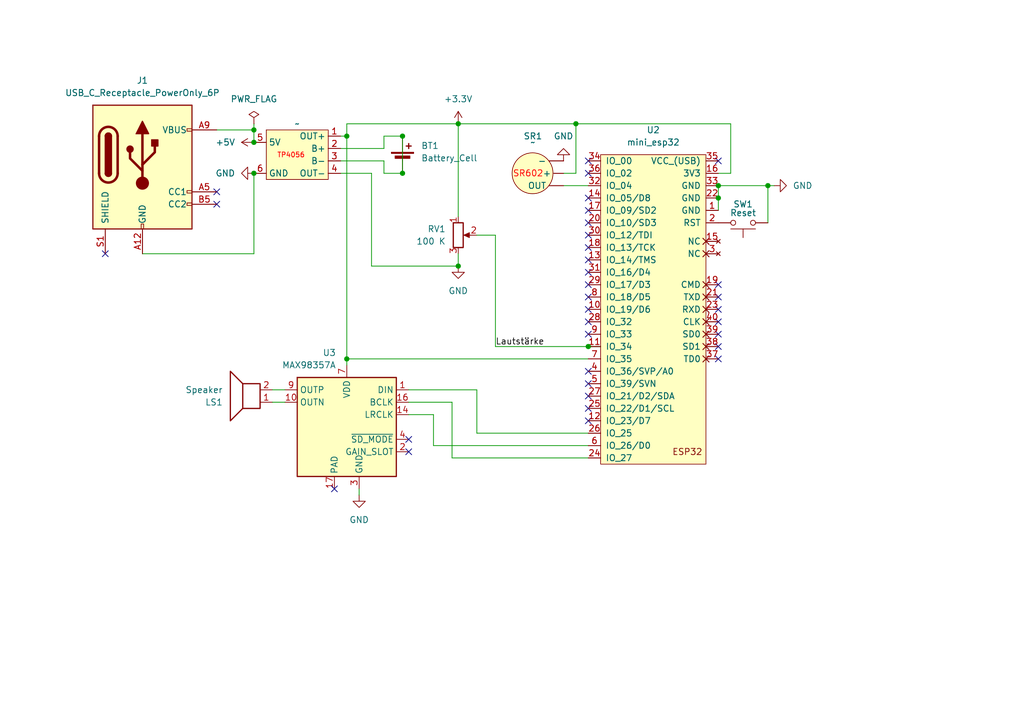
<source format=kicad_sch>
(kicad_sch (version 20231120) (generator "eeschema") (generator_version "8.0")
  (paper "A5")
  (title_block (title "Klangbox") (rev "1.0"))
  (lib_symbols
    (symbol "Audio:MAX98357A"
      (property "Reference" "U" (at -8.89 11.43 0))
      (property "Value" "MAX98357A" (at 10.16 11.43 0))
      (symbol "MAX98357A_1_1"
        (rectangle (start -10.16 10.16) (end 10.16 -10.16) (stroke (width 0.254)) (fill (type background)))
        (pin input line (at -12.7 7.62 0) (length 2.54) (name "DIN") (number "1"))
        (pin output line (at 12.7 5.08 180) (length 2.54) (name "OUTN") (number "10"))
        (pin passive line (at -2.54 -12.7 90) (length 2.54) hide (name "GND") (number "11"))
        (pin no_connect line (at 10.16 -5.08 180) (length 2.54) hide (name "NC") (number "12"))
        (pin no_connect line (at 10.16 -7.62 180) (length 2.54) hide (name "NC") (number "13"))
        (pin input line (at -12.7 2.54 0) (length 2.54) (name "LRCLK") (number "14"))
        (pin passive line (at -2.54 -12.7 90) (length 2.54) hide (name "GND") (number "15"))
        (pin input line (at -12.7 5.08 0) (length 2.54) (name "BCLK") (number "16"))
        (pin unspecified line (at 2.54 -12.7 90) (length 2.54) (name "PAD") (number "17"))
        (pin passive line (at -12.7 -5.08 0) (length 2.54) (name "GAIN_SLOT") (number "2"))
        (pin power_in line (at -2.54 -12.7 90) (length 2.54) (name "GND") (number "3"))
        (pin input line (at -12.7 -2.54 0) (length 2.54) (name "~{SD_MODE}") (number "4"))
        (pin no_connect line (at 10.16 2.54 180) (length 2.54) hide (name "NC") (number "5"))
        (pin no_connect line (at 10.16 0 180) (length 2.54) hide (name "NC") (number "6"))
        (pin power_in line (at 0 12.7 270) (length 2.54) (name "VDD") (number "7"))
        (pin passive line (at 0 12.7 270) (length 2.54) hide (name "VDD") (number "8"))
        (pin output line (at 12.7 7.62 180) (length 2.54) (name "OUTP") (number "9"))
      )
    )
    (symbol "Connector:USB_C_Receptacle_PowerOnly_6P" (pin_names (offset 1.016))
      (property "Reference" "J" (at 0 16.51 0))
      (property "Value" "USB_C_Receptacle_PowerOnly_6P" (at 0 13.97 0))
      (symbol "USB_C_Receptacle_PowerOnly_6P_0_0"
        (rectangle (start -0.254 -12.7) (end 0.254 -11.684))
        (rectangle (start 10.16 -7.366) (end 9.144 -7.874))
        (rectangle (start 10.16 -4.826) (end 9.144 -5.334))
        (rectangle (start 10.16 7.874) (end 9.144 7.366))
      )
      (symbol "USB_C_Receptacle_PowerOnly_6P_0_1"
        (rectangle (start -10.16 12.7) (end 10.16 -12.7) (stroke (width 0.254)) (fill (type background)))
        (arc (start -8.89 -1.27) (mid -6.985 -3.1667) (end -5.08 -1.27) (stroke (width 0.508)))
        (arc (start -7.62 -1.27) (mid -6.985 -1.9023) (end -6.35 -1.27) (stroke (width 0.254)))
        (arc (start -7.62 -1.27) (mid -6.985 -1.9023) (end -6.35 -1.27) (stroke (width 0.254)) (fill (type outline)))
        (rectangle (start -7.62 -1.27) (end -6.35 6.35) (stroke (width 0.254)) (fill (type outline)))
        (arc (start -6.35 6.35) (mid -6.985 6.9823) (end -7.62 6.35) (stroke (width 0.254)))
        (arc (start -6.35 6.35) (mid -6.985 6.9823) (end -7.62 6.35) (stroke (width 0.254)) (fill (type outline)))
        (arc (start -5.08 6.35) (mid -6.985 8.2467) (end -8.89 6.35) (stroke (width 0.508)))
        (circle (center -2.54 3.683) (radius 0.635) (stroke (width 0.254)) (fill (type outline)))
        (circle (center 0 -3.302) (radius 1.27) (fill (type outline)))
        (polyline (pts (xy -8.89 -1.27) (xy -8.89 6.35)) (stroke (width 0.508)))
        (polyline (pts (xy -5.08 6.35) (xy -5.08 -1.27)) (stroke (width 0.508)))
        (polyline (pts (xy 0 -3.302) (xy 0 6.858)) (stroke (width 0.508)))
        (polyline (pts (xy 0 -0.762) (xy -2.54 1.778) (xy -2.54 3.048)) (stroke (width 0.508)))
        (polyline (pts (xy 0 0.508) (xy 2.54 3.048) (xy 2.54 4.318)) (stroke (width 0.508)))
        (polyline (pts (xy -1.27 6.858) (xy 0 9.398) (xy 1.27 6.858) (xy -1.27 6.858)) (stroke (width 0.254)) (fill (type outline)))
        (rectangle (start 1.905 4.318) (end 3.175 5.588) (stroke (width 0.254)) (fill (type outline)))
      )
      (symbol "USB_C_Receptacle_PowerOnly_6P_1_1"
        (pin passive line (at 0 -17.78 90) (length 5.08) (name "GND") (number "A12"))
        (pin bidirectional line (at 15.24 -5.08 180) (length 5.08) (name "CC1") (number "A5"))
        (pin passive line (at 15.24 7.62 180) (length 5.08) (name "VBUS") (number "A9"))
        (pin passive line (at 0 -17.78 90) (length 5.08) hide (name "GND") (number "B12"))
        (pin bidirectional line (at 15.24 -7.62 180) (length 5.08) (name "CC2") (number "B5"))
        (pin passive line (at 15.24 7.62 180) (length 5.08) hide (name "VBUS") (number "B9"))
        (pin passive line (at -7.62 -17.78 90) (length 5.08) (name "SHIELD") (number "S1"))
      )
    )
    (symbol "Device:Battery_Cell" (pin_numbers hide) (pin_names (offset 0) hide)
      (property "Reference" "BT" (at 2.54 2.54 0))
      (property "Value" "Battery_Cell" (at 2.54 0 0))
      (symbol "Battery_Cell_0_1"
        (rectangle (start -2.286 1.778) (end 2.286 1.524) (fill (type outline)))
        (rectangle (start -1.524 1.016) (end 1.524 0.508) (fill (type outline)))
        (polyline (pts (xy 0 0.762) (xy 0 0)))
        (polyline (pts (xy 0 1.778) (xy 0 2.54)))
        (polyline (pts (xy 0.762 3.048) (xy 1.778 3.048)) (stroke (width 0.254)))
        (polyline (pts (xy 1.27 3.556) (xy 1.27 2.54)) (stroke (width 0.254)))
      )
      (symbol "Battery_Cell_1_1"
        (pin passive line (at 0 5.08 270) (length 2.54) (name "+") (number "1"))
        (pin passive line (at 0 -2.54 90) (length 2.54) (name "-") (number "2"))
      )
    )
    (symbol "Device:R_Potentiometer" (pin_names (offset 1.016) hide)
      (property "Reference" "RV" (at -4.445 0 90))
      (property "Value" "R_Potentiometer" (at -2.54 0 90))
      (symbol "R_Potentiometer_0_1"
        (polyline (pts (xy 2.54 0) (xy 1.524 0)))
        (polyline (pts (xy 1.143 0) (xy 2.286 0.508) (xy 2.286 -0.508) (xy 1.143 0)) (fill (type outline)))
        (rectangle (start 1.016 2.54) (end -1.016 -2.54) (stroke (width 0.254)))
      )
      (symbol "R_Potentiometer_1_1"
        (pin passive line (at 0 3.81 270) (length 1.27) (name "1") (number "1"))
        (pin passive line (at 3.81 0 180) (length 1.27) (name "2") (number "2"))
        (pin passive line (at 0 -3.81 90) (length 1.27) (name "3") (number "3"))
      )
    )
    (symbol "Device:Speaker" (pin_names (offset 0) hide)
      (property "Reference" "LS" (at 1.27 5.715 0))
      (property "Value" "Speaker" (at 1.27 3.81 0))
      (symbol "Speaker_0_0"
        (rectangle (start -2.54 1.27) (end 1.016 -3.81) (stroke (width 0.254)))
        (polyline (pts (xy 1.016 1.27) (xy 3.556 3.81) (xy 3.556 -6.35) (xy 1.016 -3.81)) (stroke (width 0.254)))
      )
      (symbol "Speaker_1_1"
        (pin input line (at -5.08 0 0) (length 2.54) (name "1") (number "1"))
        (pin input line (at -5.08 -2.54 0) (length 2.54) (name "2") (number "2"))
      )
    )
    (symbol "ESP32_mini:mini_esp32" (pin_names (offset 1.016))
      (property "Reference" "U" (at -7.62 -50.8 0))
      (property "Value" "mini_esp32" (at 5.08 -59.69 0))
      (symbol "mini_esp32_0_0"
        (text "ESP32" (at 7.62 -62.23 0) (effects (font (size 1.27 1.27))))
        (pin power_in line (at 13.97 -12.7 180) (length 2.54) (name "GND") (number "1"))
        (pin input line (at 13.97 -15.24 180) (length 2.54) (name "RST") (number "2"))
        (pin no_connect non_logic (at 13.97 -21.59 180) (length 2.54) (name "NC") (number "3"))
        (pin bidirectional line (at -12.7 -45.72 0) (length 2.54) (name "IO_36/SVP/A0") (number "4"))
        (pin bidirectional line (at -12.7 -48.26 0) (length 2.54) (name "IO_39/SVN") (number "5"))
      )
      (symbol "mini_esp32_0_1"
        (rectangle (start -10.16 -1.27) (end 11.43 -64.77) (fill (type background)))
      )
      (symbol "mini_esp32_1_1"
        (pin bidirectional line (at -12.7 -33.02 0) (length 2.54) (name "IO_19/D6") (number "10"))
        (pin bidirectional line (at -12.7 -40.64 0) (length 2.54) (name "IO_34") (number "11"))
        (pin bidirectional line (at -12.7 -55.88 0) (length 2.54) (name "IO_23/D7") (number "12"))
        (pin bidirectional line (at -12.7 -22.86 0) (length 2.54) (name "IO_14/TMS") (number "13"))
        (pin bidirectional line (at -12.7 -10.16 0) (length 2.54) (name "IO_05/D8") (number "14"))
        (pin no_connect non_logic (at 13.97 -19.05 180) (length 2.54) (name "NC") (number "15"))
        (pin power_in line (at 13.97 -5.08 180) (length 2.54) (name "3V3") (number "16"))
        (pin bidirectional line (at -12.7 -12.7 0) (length 2.54) (name "IO_09/SD2") (number "17"))
        (pin bidirectional line (at -12.7 -20.32 0) (length 2.54) (name "IO_13/TCK") (number "18"))
        (pin passive non_logic (at 13.97 -27.94 180) (length 2.54) (name "CMD") (number "19"))
        (pin bidirectional line (at -12.7 -15.24 0) (length 2.54) (name "IO_10/SD3") (number "20"))
        (pin passive non_logic (at 13.97 -30.48 180) (length 2.54) (name "TXD") (number "21"))
        (pin power_in line (at 13.97 -10.16 180) (length 2.54) (name "GND") (number "22"))
        (pin passive non_logic (at 13.97 -33.02 180) (length 2.54) (name "RXD") (number "23"))
        (pin bidirectional line (at -12.7 -63.5 0) (length 2.54) (name "IO_27") (number "24"))
        (pin bidirectional line (at -12.7 -53.34 0) (length 2.54) (name "IO_22/D1/SCL") (number "25"))
        (pin bidirectional line (at -12.7 -58.42 0) (length 2.54) (name "IO_25") (number "26"))
        (pin bidirectional line (at -12.7 -50.8 0) (length 2.54) (name "IO_21/D2/SDA") (number "27"))
        (pin bidirectional line (at -12.7 -35.56 0) (length 2.54) (name "IO_32") (number "28"))
        (pin bidirectional line (at -12.7 -27.94 0) (length 2.54) (name "IO_17/D3") (number "29"))
        (pin bidirectional line (at -12.7 -17.78 0) (length 2.54) (name "IO_12/TDI") (number "30"))
        (pin bidirectional line (at -12.7 -25.4 0) (length 2.54) (name "IO_16/D4") (number "31"))
        (pin bidirectional line (at -12.7 -7.62 0) (length 2.54) (name "IO_04") (number "32"))
        (pin power_in line (at 13.97 -7.62 180) (length 2.54) (name "GND") (number "33"))
        (pin bidirectional line (at -12.7 -2.54 0) (length 2.54) (name "IO_00") (number "34"))
        (pin power_in line (at 13.97 -2.54 180) (length 2.54) (name "VCC_(USB)") (number "35"))
        (pin bidirectional line (at -12.7 -5.08 0) (length 2.54) (name "IO_02") (number "36"))
        (pin passive non_logic (at 13.97 -43.18 180) (length 2.54) (name "TD0") (number "37"))
        (pin passive non_logic (at 13.97 -40.64 180) (length 2.54) (name "SD1") (number "38"))
        (pin passive non_logic (at 13.97 -38.1 180) (length 2.54) (name "SD0") (number "39"))
        (pin passive non_logic (at 13.97 -35.56 180) (length 2.54) (name "CLK") (number "40"))
        (pin bidirectional line (at -12.7 -60.96 0) (length 2.54) (name "IO_26/D0") (number "6"))
        (pin bidirectional line (at -12.7 -43.18 0) (length 2.54) (name "IO_35") (number "7"))
        (pin bidirectional line (at -12.7 -30.48 0) (length 2.54) (name "IO_18/D5") (number "8"))
        (pin bidirectional line (at -12.7 -38.1 0) (length 2.54) (name "IO_33") (number "9"))
      )
    )
    (symbol "Switch:SW_Push" (pin_numbers hide) (pin_names (offset 1.016) hide)
      (property "Reference" "SW" (at 1.27 2.54 0))
      (property "Value" "SW_Push" (at 0 -1.524 0))
      (symbol "SW_Push_0_1"
        (circle (center -2.032 0) (radius 0.508))
        (polyline (pts (xy 0 1.27) (xy 0 3.048)))
        (polyline (pts (xy 2.54 1.27) (xy -2.54 1.27)))
        (circle (center 2.032 0) (radius 0.508))
        (pin passive line (at -5.08 0 0) (length 2.54) (name "1") (number "1"))
        (pin passive line (at 5.08 0 180) (length 2.54) (name "2") (number "2"))
      )
    )
    (symbol "TP4056:SR602"
      (property "Reference" "SR" (at 0 0 0))
      (symbol "SR602_1_1"
        (circle (center 0 -5.08) (radius 4.1968) (fill (type background)))
        (text "SR602" (at -0.91 -5.0495 0) (effects (font (size 1.27 1.27))))
        (pin power_in line (at 6.35 -5.08 180) (length 2) (name "+") (number ""))
        (pin power_in line (at 6.35 -2.54 180) (length 3) (name "-") (number ""))
        (pin output line (at 6.35 -7.62 180) (length 3) (name "OUT") (number ""))
      )
    )
    (symbol "TP4056:TP4056"
      (property "Reference" "TP1" (at 0 6.35 0))
      (symbol "TP4056_1_1"
        (rectangle (start -6.35 5.08) (end 6.35 -5.08) (fill (type background)))
        (text "TP4056" (at -1.27 0 0) (effects (font (size 1 1))))
        (pin power_out line (at 8.89 3.81 180) (length 2.54) (name "OUT+") (number "1"))
        (pin input line (at 8.89 1.27 180) (length 2.54) (name "B+") (number "2"))
        (pin input line (at 8.89 -1.27 180) (length 2.54) (name "B-") (number "3"))
        (pin power_out line (at 8.89 -3.81 180) (length 2.54) (name "OUT-") (number "4"))
        (pin power_in line (at -8.89 2.54 0) (length 2.54) (name "5V") (number "5"))
        (pin power_in line (at -8.89 -3.81 0) (length 2.54) (name "GND") (number "6"))
      )
    )
    (symbol "power:+3.3V" (power) (pin_numbers hide) (pin_names (offset 0) hide)
      (property "Value" "+3.3V" (at 0 3.556 0))
      (symbol "+3.3V_0_1"
        (polyline (pts (xy -0.762 1.27) (xy 0 2.54)))
        (polyline (pts (xy 0 0) (xy 0 2.54)))
        (polyline (pts (xy 0 2.54) (xy 0.762 1.27)))
      )
      (symbol "+3.3V_1_1"
        (pin power_in line (at 0 0 90) (length 0) (name "~") (number "1"))
      )
    )
    (symbol "power:+5V" (power) (pin_numbers hide) (pin_names (offset 0) hide)
      (property "Value" "+5V" (at 0 3.556 0))
      (symbol "+5V_0_1"
        (polyline (pts (xy -0.762 1.27) (xy 0 2.54)))
        (polyline (pts (xy 0 0) (xy 0 2.54)))
        (polyline (pts (xy 0 2.54) (xy 0.762 1.27)))
      )
      (symbol "+5V_1_1"
        (pin power_in line (at 0 0 90) (length 0) (name "~") (number "1"))
      )
    )
    (symbol "power:GND" (power) (pin_numbers hide) (pin_names (offset 0) hide)
      (property "Value" "GND" (at 0 -3.81 0))
      (symbol "GND_0_1"
        (polyline (pts (xy 0 0) (xy 0 -1.27) (xy 1.27 -1.27) (xy 0 -2.54) (xy -1.27 -1.27) (xy 0 -1.27)))
      )
      (symbol "GND_1_1"
        (pin power_in line (at 0 0 270) (length 0) (name "~") (number "1"))
      )
    )
    (symbol "power:PWR_FLAG" (power) (pin_numbers hide) (pin_names (offset 0) hide)
      (property "Value" "PWR_FLAG" (at 0 3.81 0))
      (symbol "PWR_FLAG_0_0"
        (pin power_out line (at 0 0 90) (length 0) (name "~") (number "1"))
      )
      (symbol "PWR_FLAG_0_1"
        (polyline (pts (xy 0 0) (xy 0 1.27) (xy -1.016 1.905) (xy 0 2.54) (xy 1.016 1.905) (xy 0 1.27)))
      )
    )
  )
  (junction (at 118.11 25.4))
  (junction (at 147.32 38.1))
  (junction (at 93.98 25.4))
  (junction (at 52.07 35.56))
  (junction (at 71.12 73.66))
  (junction (at 71.12 27.94))
  (junction (at 82.55 35.56))
  (junction (at 120.65 71.12))
  (junction (at 157.48 38.1))
  (junction (at 52.07 26.67))
  (junction (at 82.55 27.94))
  (junction (at 147.32 40.64))
  (junction (at 52.07 29.21))
  (junction (at 93.98 54.61))
  (no_connect (at 120.65 68.58))
  (no_connect (at 120.65 53.34))
  (no_connect (at 120.65 58.42))
  (no_connect (at 120.65 33.02))
  (no_connect (at 120.65 35.56))
  (no_connect (at 44.45 39.37))
  (no_connect (at 120.65 43.18))
  (no_connect (at 120.65 66.04))
  (no_connect (at 147.32 73.66))
  (no_connect (at 120.65 50.8))
  (no_connect (at 83.82 90.17))
  (no_connect (at 83.82 92.71))
  (no_connect (at 120.65 78.74))
  (no_connect (at 147.32 63.5))
  (no_connect (at 147.32 58.42))
  (no_connect (at 120.65 83.82))
  (no_connect (at 120.65 76.2))
  (no_connect (at 120.65 55.88))
  (no_connect (at 68.58 100.33))
  (no_connect (at 120.65 60.96))
  (no_connect (at 147.32 66.04))
  (no_connect (at 120.65 86.36))
  (no_connect (at 147.32 68.58))
  (no_connect (at 147.32 60.96))
  (no_connect (at 120.65 81.28))
  (no_connect (at 120.65 48.26))
  (no_connect (at 21.59 52.07))
  (no_connect (at 120.65 40.64))
  (no_connect (at 147.32 33.02))
  (no_connect (at 147.32 71.12))
  (no_connect (at 120.65 45.72))
  (no_connect (at 44.45 41.91))
  (no_connect (at 120.65 63.5))
  (wire (pts (xy 97.79 80.01) (xy 97.79 88.9)))
  (wire (pts (xy 88.9 91.44) (xy 120.65 91.44)))
  (wire (pts (xy 93.98 25.4) (xy 93.98 44.45)))
  (wire (pts (xy 101.6 48.26) (xy 101.6 71.12)))
  (wire (pts (xy 97.79 88.9) (xy 120.65 88.9)))
  (wire (pts (xy 71.12 25.4) (xy 93.98 25.4)))
  (wire (pts (xy 55.88 80.01) (xy 58.42 80.01)))
  (wire (pts (xy 147.32 38.1) (xy 147.32 40.64)))
  (wire (pts (xy 71.12 74.93) (xy 71.12 73.66)))
  (wire (pts (xy 147.32 38.1) (xy 157.48 38.1)))
  (wire (pts (xy 76.2 35.56) (xy 76.2 54.61)))
  (wire (pts (xy 115.57 35.56) (xy 118.11 35.56)))
  (wire (pts (xy 147.32 40.64) (xy 147.32 43.18)))
  (wire (pts (xy 149.86 35.56) (xy 147.32 35.56)))
  (wire (pts (xy 118.11 25.4) (xy 118.11 35.56)))
  (wire (pts (xy 157.48 38.1) (xy 157.48 45.72)))
  (wire (pts (xy 157.48 38.1) (xy 158.75 38.1)))
  (wire (pts (xy 83.82 85.09) (xy 88.9 85.09)))
  (wire (pts (xy 101.6 71.12) (xy 120.65 71.12)))
  (wire (pts (xy 83.82 82.55) (xy 92.71 82.55)))
  (wire (pts (xy 73.66 101.6) (xy 73.66 100.33)))
  (wire (pts (xy 93.98 25.4) (xy 118.11 25.4)))
  (wire (pts (xy 92.71 82.55) (xy 92.71 93.98)))
  (wire (pts (xy 78.74 27.94) (xy 78.74 30.48)))
  (wire (pts (xy 69.85 30.48) (xy 78.74 30.48)))
  (wire (pts (xy 83.82 80.01) (xy 97.79 80.01)))
  (wire (pts (xy 52.07 26.67) (xy 52.07 29.21)))
  (wire (pts (xy 58.42 82.55) (xy 55.88 82.55)))
  (wire (pts (xy 82.55 27.94) (xy 78.74 27.94)))
  (wire (pts (xy 69.85 33.02) (xy 78.74 33.02)))
  (wire (pts (xy 92.71 93.98) (xy 120.65 93.98)))
  (wire (pts (xy 93.98 52.07) (xy 93.98 54.61)))
  (wire (pts (xy 71.12 27.94) (xy 71.12 25.4)))
  (wire (pts (xy 97.79 48.26) (xy 101.6 48.26)))
  (wire (pts (xy 115.57 38.1) (xy 120.65 38.1)))
  (wire (pts (xy 52.07 25.4) (xy 52.07 26.67)))
  (wire (pts (xy 78.74 35.56) (xy 78.74 33.02)))
  (wire (pts (xy 82.55 27.94) (xy 82.55 35.56)))
  (wire (pts (xy 118.11 25.4) (xy 149.86 25.4)))
  (wire (pts (xy 88.9 85.09) (xy 88.9 91.44)))
  (wire (pts (xy 71.12 73.66) (xy 120.65 73.66)))
  (wire (pts (xy 71.12 73.66) (xy 71.12 27.94)))
  (wire (pts (xy 69.85 27.94) (xy 71.12 27.94)))
  (wire (pts (xy 44.45 26.67) (xy 52.07 26.67)))
  (wire (pts (xy 76.2 54.61) (xy 93.98 54.61)))
  (wire (pts (xy 120.65 71.12) (xy 123.19 71.12)))
  (wire (pts (xy 149.86 25.4) (xy 149.86 35.56)))
  (wire (pts (xy 69.85 35.56) (xy 76.2 35.56)))
  (wire (pts (xy 82.55 35.56) (xy 78.74 35.56)))
  (wire (pts (xy 52.07 35.56) (xy 52.07 52.07)))
  (wire (pts (xy 29.21 52.07) (xy 52.07 52.07)))
  (label "Lautstärke" (at 101.6 71.12 0))
  (symbol (lib_id "power:GND") (at 158.75 38.1 90) (unit 1)
    (property "Reference" "#PWR03" (effects (hide yes)))
    (property "Value" "GND" (at 162.56 38.0999 90) (effects (justify right)))
    (property "Description" "Power symbol creates a global label with name \"GND\" , ground" (effects (hide yes)))
  )
  (symbol (lib_id "power:GND") (at 52.07 35.56 270) (unit 1)
    (property "Reference" "#PWR07" (effects (hide yes)))
    (property "Value" "GND" (at 48.26 35.5599 90) (effects (justify right)))
    (property "Description" "Power symbol creates a global label with name \"GND\" , ground" (effects (hide yes)))
  )
  (symbol (lib_id "Device:Battery_Cell") (at 82.55 33.02 0) (unit 1)
    (property "Reference" "BT1" (at 86.36 29.9084 0) (effects (justify left)))
    (property "Value" "Battery_Cell" (at 86.36 32.4484 0) (effects (justify left)))
    (property "Description" "Single-cell battery" (effects (hide yes)))
  )
  (symbol (lib_id "power:+5V") (at 52.07 29.21 90) (unit 1)
    (property "Reference" "#PWR06" (effects (hide yes)))
    (property "Value" "+5V" (at 48.26 29.2099 90) (effects (justify left)))
    (property "Description" "Power symbol creates a global label with name \"+5V\"" (effects (hide yes)))
  )
  (symbol (lib_id "power:GND") (at 73.66 101.6 0) (unit 1)
    (property "Reference" "#PWR02" (effects (hide yes)))
    (property "Value" "GND" (at 73.66 106.68 0))
    (property "Description" "Power symbol creates a global label with name \"GND\" , ground" (effects (hide yes)))
  )
  (symbol (lib_id "TP4056:TP4056") (at 60.96 31.75 0) (unit 1)
    (property "Reference" "TP1" (effects (hide yes)))
    (property "Value" "~" (at 60.96 25.4 0))
  )
  (symbol (lib_id "Audio:MAX98357A") (at 71.12 87.63 0) (mirror y) (unit 1)
    (property "Reference" "U3" (at 68.9259 72.39 0) (effects (justify left)))
    (property "Value" "MAX98357A" (at 68.9259 74.93 0) (effects (justify left)))
    (property "Footprint" "Package_DFN_QFN:TQFN-16-1EP_3x3mm_P0.5mm_EP1.23x1.23mm" (effects (hide yes)))
    (property "Datasheet" "https://www.analog.com/media/en/technical-documentation/data-sheets/MAX98357A-MAX98357B.pdf" (effects (hide yes)))
    (property "Description" "Mono DAC with amplifier, I2S, PCM, TDM, 32-bit, 96khz, 3.2W, TQFP-16" (effects (hide yes)))
  )
  (symbol (lib_id "Switch:SW_Push") (at 152.4 45.72 180) (unit 1)
    (property "Reference" "SW1" (at 152.4 41.91 0))
    (property "Value" "Reset" (at 152.4 43.688 0))
    (property "Description" "Push button switch, generic, two pins" (effects (hide yes)))
  )
  (symbol (lib_id "power:GND") (at 115.57 33.02 0) (mirror x) (unit 1)
    (property "Reference" "#PWR08" (effects (hide yes)))
    (property "Value" "GND" (at 115.57 27.94 0))
    (property "Description" "Power symbol creates a global label with name \"GND\" , ground" (effects (hide yes)))
  )
  (symbol (lib_id "Device:R_Potentiometer") (at 93.98 48.26 0) (unit 1)
    (property "Reference" "RV1" (at 91.44 46.9899 0) (effects (justify right)))
    (property "Value" "100 K" (at 91.44 49.5299 0) (effects (justify right)))
    (property "Description" "Potentiometer" (effects (hide yes)))
  )
  (symbol (lib_id "Connector:USB_C_Receptacle_PowerOnly_6P") (at 29.21 34.29 0) (unit 1)
    (property "Reference" "J1" (at 29.21 16.51 0))
    (property "Value" "USB_C_Receptacle_PowerOnly_6P" (at 29.21 19.05 0))
    (property "Datasheet" "https://www.usb.org/sites/default/files/documents/usb_type-c.zip" (effects (hide yes)))
    (property "Description" "USB Power-Only 6P Type-C Receptacle connector" (effects (hide yes)))
  )
  (symbol (lib_id "TP4056:SR602") (at 109.22 30.48 0) (unit 1)
    (property "Reference" "SR1" (at 109.2966 27.94 0))
    (property "Value" "~" (at 109.2966 29.21 0))
  )
  (symbol (lib_id "ESP32_mini:mini_esp32") (at 133.35 30.48 0) (unit 1)
    (property "Reference" "U2" (at 133.985 26.67 0))
    (property "Value" "mini_esp32" (at 133.985 29.21 0))
  )
  (symbol (lib_id "Device:Speaker") (at 50.8 82.55 180) (unit 1)
    (property "Reference" "LS1" (at 45.72 82.5501 0) (effects (justify left)))
    (property "Value" "Speaker" (at 45.72 80.0101 0) (effects (justify left)))
    (property "Description" "Speaker" (effects (hide yes)))
  )
  (symbol (lib_id "power:+3.3V") (at 93.98 25.4 0) (unit 1)
    (property "Reference" "#PWR01" (effects (hide yes)))
    (property "Value" "+3.3V" (at 93.98 20.32 0))
    (property "Description" "Power symbol creates a global label with name \"+3.3V\"" (effects (hide yes)))
  )
  (symbol (lib_id "power:GND") (at 93.98 54.61 0) (unit 1)
    (property "Reference" "#PWR05" (effects (hide yes)))
    (property "Value" "GND" (at 93.98 59.69 0))
    (property "Description" "Power symbol creates a global label with name \"GND\" , ground" (effects (hide yes)))
  )
  (symbol (lib_id "power:PWR_FLAG") (at 52.07 25.4 0) (unit 1)
    (property "Reference" "#FLG01" (effects (hide yes)))
    (property "Value" "PWR_FLAG" (at 52.07 20.32 0))
    (property "Description" "Special symbol for telling ERC where power comes from" (effects (hide yes)))
  )
)
</source>
